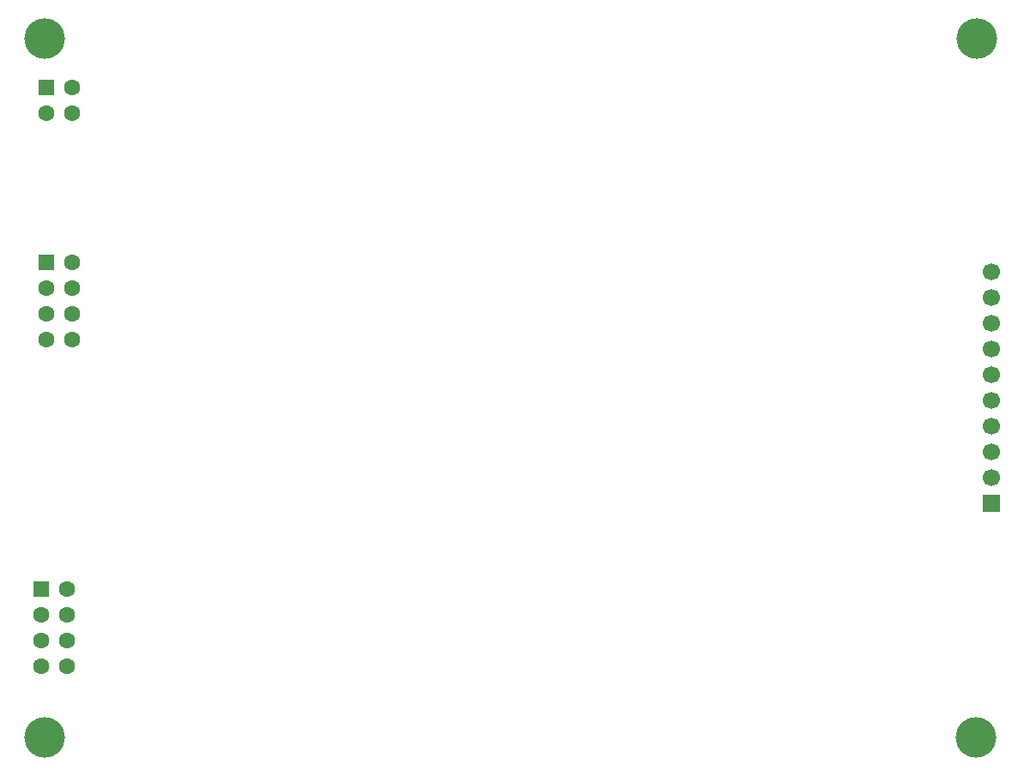
<source format=gbs>
G04*
G04 #@! TF.GenerationSoftware,Altium Limited,Altium Designer,22.0.2 (36)*
G04*
G04 Layer_Color=16711935*
%FSLAX25Y25*%
%MOIN*%
G70*
G04*
G04 #@! TF.SameCoordinates,8A9B01F1-EDD2-4DB2-B9E0-C6938A593893*
G04*
G04*
G04 #@! TF.FilePolarity,Negative*
G04*
G01*
G75*
%ADD32C,0.06693*%
%ADD33R,0.06693X0.06693*%
%ADD34C,0.06299*%
%ADD35R,0.06299X0.06299*%
%ADD36C,0.15748*%
D32*
X477500Y292000D02*
D03*
Y272000D02*
D03*
Y262000D02*
D03*
Y212000D02*
D03*
Y222000D02*
D03*
Y232000D02*
D03*
Y242000D02*
D03*
Y252000D02*
D03*
Y282000D02*
D03*
D33*
Y202000D02*
D03*
D34*
X120500Y353500D02*
D03*
X110500D02*
D03*
X120500Y363500D02*
D03*
X108500Y138500D02*
D03*
X118500D02*
D03*
Y148500D02*
D03*
X108500D02*
D03*
X118500Y158500D02*
D03*
X108500D02*
D03*
X118500Y168500D02*
D03*
X110500Y265500D02*
D03*
X120500D02*
D03*
Y275500D02*
D03*
X110500D02*
D03*
X120500Y285500D02*
D03*
X110500D02*
D03*
X120500Y295500D02*
D03*
D35*
X110500Y363500D02*
D03*
X108500Y168500D02*
D03*
X110500Y295500D02*
D03*
D36*
X109868Y382673D02*
D03*
X109866Y111044D02*
D03*
X471611Y111012D02*
D03*
X471685Y382701D02*
D03*
M02*

</source>
